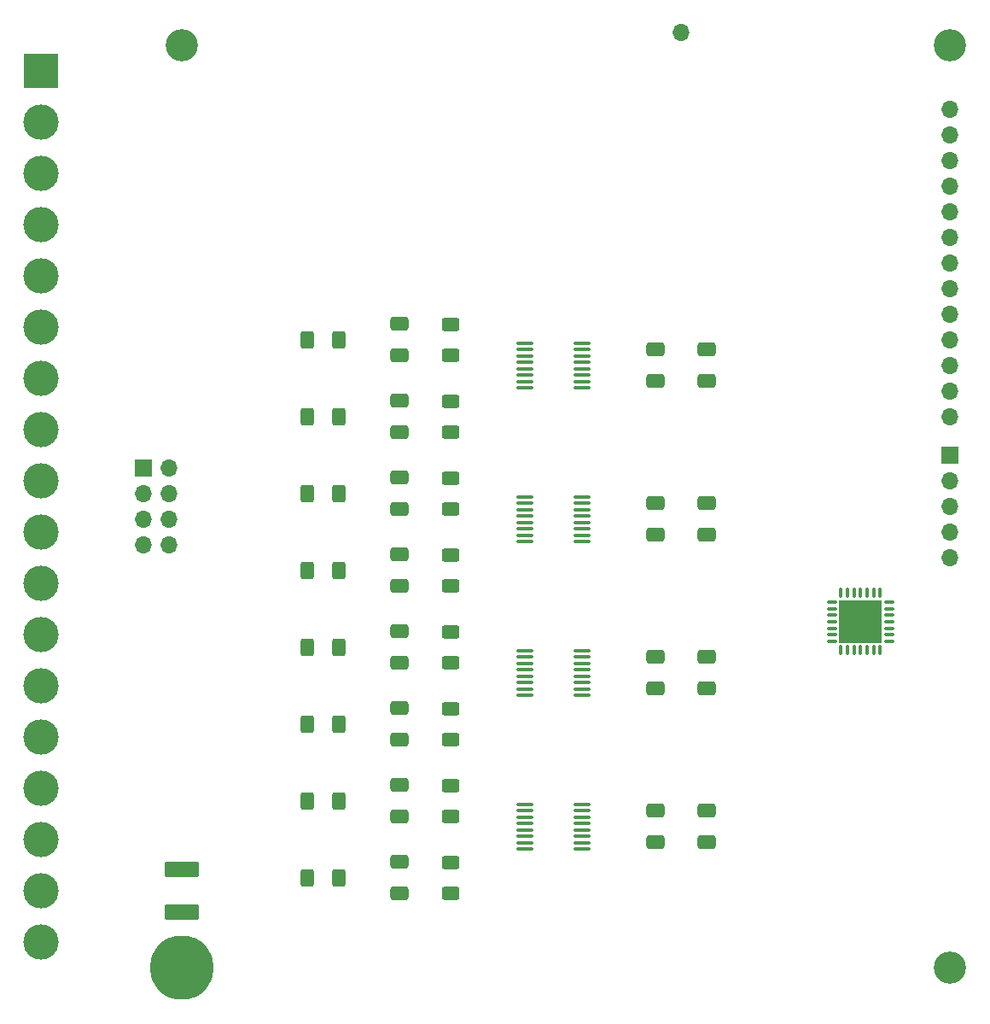
<source format=gbr>
%TF.GenerationSoftware,KiCad,Pcbnew,8.0.4-8.0.4-0~ubuntu22.04.1*%
%TF.CreationDate,2024-08-10T21:57:20+03:00*%
%TF.ProjectId,PM-DI16-DC24sink,504d2d44-4931-4362-9d44-43323473696e,rev?*%
%TF.SameCoordinates,Original*%
%TF.FileFunction,Soldermask,Top*%
%TF.FilePolarity,Negative*%
%FSLAX46Y46*%
G04 Gerber Fmt 4.6, Leading zero omitted, Abs format (unit mm)*
G04 Created by KiCad (PCBNEW 8.0.4-8.0.4-0~ubuntu22.04.1) date 2024-08-10 21:57:20*
%MOMM*%
%LPD*%
G01*
G04 APERTURE LIST*
G04 Aperture macros list*
%AMRoundRect*
0 Rectangle with rounded corners*
0 $1 Rounding radius*
0 $2 $3 $4 $5 $6 $7 $8 $9 X,Y pos of 4 corners*
0 Add a 4 corners polygon primitive as box body*
4,1,4,$2,$3,$4,$5,$6,$7,$8,$9,$2,$3,0*
0 Add four circle primitives for the rounded corners*
1,1,$1+$1,$2,$3*
1,1,$1+$1,$4,$5*
1,1,$1+$1,$6,$7*
1,1,$1+$1,$8,$9*
0 Add four rect primitives between the rounded corners*
20,1,$1+$1,$2,$3,$4,$5,0*
20,1,$1+$1,$4,$5,$6,$7,0*
20,1,$1+$1,$6,$7,$8,$9,0*
20,1,$1+$1,$8,$9,$2,$3,0*%
G04 Aperture macros list end*
%ADD10RoundRect,0.250000X0.625000X-0.400000X0.625000X0.400000X-0.625000X0.400000X-0.625000X-0.400000X0*%
%ADD11RoundRect,0.250000X-0.650000X0.412500X-0.650000X-0.412500X0.650000X-0.412500X0.650000X0.412500X0*%
%ADD12O,1.649999X0.399999*%
%ADD13RoundRect,0.250000X0.650000X-0.412500X0.650000X0.412500X-0.650000X0.412500X-0.650000X-0.412500X0*%
%ADD14RoundRect,0.250000X-0.400000X-0.625000X0.400000X-0.625000X0.400000X0.625000X-0.400000X0.625000X0*%
%ADD15R,1.700000X1.700000*%
%ADD16O,1.700000X1.700000*%
%ADD17RoundRect,0.075000X0.075000X-0.437500X0.075000X0.437500X-0.075000X0.437500X-0.075000X-0.437500X0*%
%ADD18RoundRect,0.075000X0.437500X-0.075000X0.437500X0.075000X-0.437500X0.075000X-0.437500X-0.075000X0*%
%ADD19R,4.250000X4.250000*%
%ADD20O,6.350000X6.350000*%
%ADD21R,3.500000X3.500000*%
%ADD22C,3.500000*%
%ADD23C,3.200000*%
%ADD24RoundRect,0.250000X1.450000X-0.537500X1.450000X0.537500X-1.450000X0.537500X-1.450000X-0.537500X0*%
G04 APERTURE END LIST*
D10*
%TO.C,R9*%
X71120000Y-85370000D03*
X71120000Y-82270000D03*
%TD*%
D11*
%TO.C,C10*%
X96520000Y-100037500D03*
X96520000Y-103162500D03*
%TD*%
D12*
%TO.C,U3*%
X84105001Y-103822500D03*
X84105001Y-103187500D03*
X84105001Y-102552500D03*
X84105001Y-101917500D03*
X84105001Y-101282500D03*
X84105001Y-100647500D03*
X84105001Y-100012500D03*
X84105001Y-99377500D03*
X78455002Y-99377500D03*
X78455002Y-100012500D03*
X78455002Y-100647500D03*
X78455002Y-101282500D03*
X78455002Y-101917500D03*
X78455002Y-102552500D03*
X78455002Y-103187500D03*
X78455002Y-103822500D03*
%TD*%
D13*
%TO.C,C3*%
X66040000Y-115862500D03*
X66040000Y-112737500D03*
%TD*%
D14*
%TO.C,R3*%
X56870000Y-99060000D03*
X59970000Y-99060000D03*
%TD*%
D10*
%TO.C,R15*%
X71120000Y-131090000D03*
X71120000Y-127990000D03*
%TD*%
D13*
%TO.C,C7*%
X66040000Y-123482500D03*
X66040000Y-120357500D03*
%TD*%
D11*
%TO.C,C12*%
X96520000Y-130517500D03*
X96520000Y-133642500D03*
%TD*%
D13*
%TO.C,C8*%
X66040000Y-138722500D03*
X66040000Y-135597500D03*
%TD*%
D15*
%TO.C,J1*%
X120650000Y-95250000D03*
D16*
X120650000Y-97790000D03*
X120650000Y-100330000D03*
X120650000Y-102870000D03*
X120650000Y-105410000D03*
%TD*%
D12*
%TO.C,U5*%
X84105001Y-134302500D03*
X84105001Y-133667500D03*
X84105001Y-133032500D03*
X84105001Y-132397500D03*
X84105001Y-131762500D03*
X84105001Y-131127500D03*
X84105001Y-130492500D03*
X84105001Y-129857500D03*
X78455002Y-129857500D03*
X78455002Y-130492500D03*
X78455002Y-131127500D03*
X78455002Y-131762500D03*
X78455002Y-132397500D03*
X78455002Y-133032500D03*
X78455002Y-133667500D03*
X78455002Y-134302500D03*
%TD*%
D11*
%TO.C,C13*%
X91440000Y-84797500D03*
X91440000Y-87922500D03*
%TD*%
D14*
%TO.C,R1*%
X56870000Y-83820000D03*
X59970000Y-83820000D03*
%TD*%
D13*
%TO.C,C2*%
X66040000Y-100622500D03*
X66040000Y-97497500D03*
%TD*%
D17*
%TO.C,U11*%
X109810000Y-114597500D03*
X110460000Y-114597500D03*
X111110000Y-114597500D03*
X111760000Y-114597500D03*
X112410000Y-114597500D03*
X113060000Y-114597500D03*
X113710000Y-114597500D03*
D18*
X114597500Y-113710000D03*
X114597500Y-113060000D03*
X114597500Y-112410000D03*
X114597500Y-111760000D03*
X114597500Y-111110000D03*
X114597500Y-110460000D03*
X114597500Y-109810000D03*
D17*
X113710000Y-108922500D03*
X113060000Y-108922500D03*
X112410000Y-108922500D03*
X111760000Y-108922500D03*
X111110000Y-108922500D03*
X110460000Y-108922500D03*
X109810000Y-108922500D03*
D18*
X108922500Y-109810000D03*
X108922500Y-110460000D03*
X108922500Y-111110000D03*
X108922500Y-111760000D03*
X108922500Y-112410000D03*
X108922500Y-113060000D03*
X108922500Y-113710000D03*
D19*
X111760000Y-111760000D03*
%TD*%
D13*
%TO.C,C4*%
X66040000Y-131102500D03*
X66040000Y-127977500D03*
%TD*%
D20*
%TO.C,PE1*%
X44450000Y-146050000D03*
%TD*%
D15*
%TO.C,J6*%
X40640000Y-96520000D03*
D16*
X43180000Y-96520000D03*
X40640000Y-99060000D03*
X43180000Y-99060000D03*
X40640000Y-101600000D03*
X43180000Y-101600000D03*
X40640000Y-104140000D03*
X43180000Y-104140000D03*
%TD*%
D10*
%TO.C,R16*%
X71120000Y-138710000D03*
X71120000Y-135610000D03*
%TD*%
D14*
%TO.C,R6*%
X56870000Y-121920000D03*
X59970000Y-121920000D03*
%TD*%
D21*
%TO.C,J2*%
X30480000Y-57150000D03*
D22*
X30480000Y-62230000D03*
X30480000Y-67310000D03*
X30480000Y-72390000D03*
X30480000Y-77470000D03*
X30480000Y-82550000D03*
X30480000Y-87630000D03*
X30480000Y-92710000D03*
X30480000Y-97790000D03*
X30480000Y-102870000D03*
X30480000Y-107950000D03*
X30480000Y-113030000D03*
X30480000Y-118110000D03*
X30480000Y-123190000D03*
X30480000Y-128270000D03*
X30480000Y-133350000D03*
X30480000Y-138430000D03*
X30480000Y-143510000D03*
%TD*%
D13*
%TO.C,C1*%
X66040000Y-85382500D03*
X66040000Y-82257500D03*
%TD*%
D10*
%TO.C,R10*%
X71120000Y-92990000D03*
X71120000Y-89890000D03*
%TD*%
D23*
%TO.C,H1*%
X44450000Y-54610000D03*
%TD*%
D14*
%TO.C,R5*%
X56870000Y-114300000D03*
X59970000Y-114300000D03*
%TD*%
D23*
%TO.C,H3*%
X120650000Y-146050000D03*
%TD*%
D13*
%TO.C,C6*%
X66040000Y-108242500D03*
X66040000Y-105117500D03*
%TD*%
D14*
%TO.C,R7*%
X56870000Y-129540000D03*
X59970000Y-129540000D03*
%TD*%
%TO.C,R4*%
X56870000Y-106680000D03*
X59970000Y-106680000D03*
%TD*%
D10*
%TO.C,R14*%
X71120000Y-123470000D03*
X71120000Y-120370000D03*
%TD*%
D24*
%TO.C,C33*%
X44450000Y-140567500D03*
X44450000Y-136292500D03*
%TD*%
D14*
%TO.C,R2*%
X56870000Y-91440000D03*
X59970000Y-91440000D03*
%TD*%
D11*
%TO.C,C16*%
X91440000Y-130517500D03*
X91440000Y-133642500D03*
%TD*%
%TO.C,C9*%
X96520000Y-84797500D03*
X96520000Y-87922500D03*
%TD*%
D12*
%TO.C,U4*%
X84105001Y-119062500D03*
X84105001Y-118427500D03*
X84105001Y-117792500D03*
X84105001Y-117157500D03*
X84105001Y-116522500D03*
X84105001Y-115887500D03*
X84105001Y-115252500D03*
X84105001Y-114617500D03*
X78455002Y-114617500D03*
X78455002Y-115252500D03*
X78455002Y-115887500D03*
X78455002Y-116522500D03*
X78455002Y-117157500D03*
X78455002Y-117792500D03*
X78455002Y-118427500D03*
X78455002Y-119062500D03*
%TD*%
D11*
%TO.C,C14*%
X91440000Y-100037500D03*
X91440000Y-103162500D03*
%TD*%
%TO.C,C15*%
X91440000Y-115277500D03*
X91440000Y-118402500D03*
%TD*%
D13*
%TO.C,C5*%
X66040000Y-93002500D03*
X66040000Y-89877500D03*
%TD*%
D12*
%TO.C,U2*%
X84105001Y-88582500D03*
X84105001Y-87947500D03*
X84105001Y-87312500D03*
X84105001Y-86677500D03*
X84105001Y-86042500D03*
X84105001Y-85407500D03*
X84105001Y-84772500D03*
X84105001Y-84137500D03*
X78455002Y-84137500D03*
X78455002Y-84772500D03*
X78455002Y-85407500D03*
X78455002Y-86042500D03*
X78455002Y-86677500D03*
X78455002Y-87312500D03*
X78455002Y-87947500D03*
X78455002Y-88582500D03*
%TD*%
D10*
%TO.C,R11*%
X71120000Y-100610000D03*
X71120000Y-97510000D03*
%TD*%
%TO.C,R13*%
X71120000Y-115850000D03*
X71120000Y-112750000D03*
%TD*%
%TO.C,R12*%
X71120000Y-108230000D03*
X71120000Y-105130000D03*
%TD*%
D23*
%TO.C,H2*%
X120650000Y-54610000D03*
%TD*%
D11*
%TO.C,C11*%
X96520000Y-115277500D03*
X96520000Y-118402500D03*
%TD*%
D14*
%TO.C,R8*%
X56870000Y-137160000D03*
X59970000Y-137160000D03*
%TD*%
D16*
%TO.C,PM1*%
X120650000Y-60960000D03*
X120650000Y-63500000D03*
X120650000Y-66040000D03*
X120650000Y-68580000D03*
X120650000Y-71120000D03*
X120650000Y-73660000D03*
X120650000Y-76200000D03*
X120650000Y-78740000D03*
X120650000Y-81280000D03*
X120650000Y-83820000D03*
X120650000Y-86360000D03*
X120650000Y-88900000D03*
X120650000Y-91440000D03*
X93980000Y-53340000D03*
%TD*%
M02*

</source>
